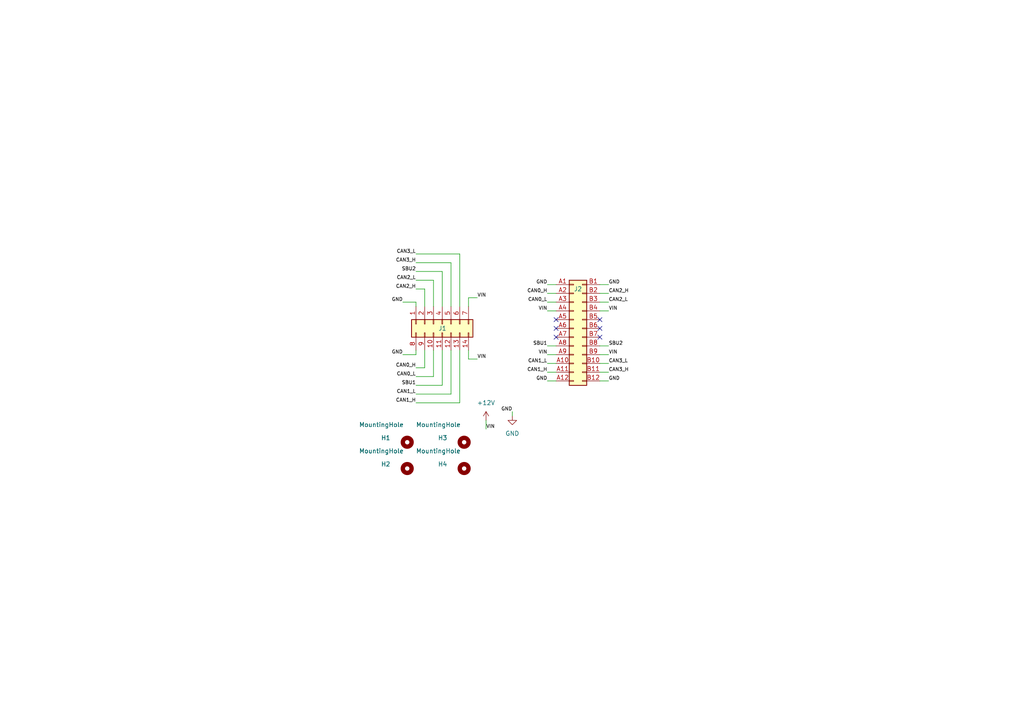
<source format=kicad_sch>
(kicad_sch (version 20230121) (generator eeschema)
  (paper "A4")
  (lib_symbols
    (symbol "Connector_Generic:Conn_02x07_Row_Letter_Last" (pin_names (offset 1.016) hide)
      (property "Reference" "J1" (at 1.27 10.16 90))
      (symbol "Conn_02x07_Row_Letter_Last_1_1"
        (rectangle (start -1.27 -7.493) (end 0 -7.747) (stroke (width 0.1524)))
        (rectangle (start -1.27 -4.953) (end 0 -5.207) (stroke (width 0.1524)))
        (rectangle (start -1.27 -2.413) (end 0 -2.667) (stroke (width 0.1524)))
        (rectangle (start -1.27 0.127) (end 0 -0.127) (stroke (width 0.1524)))
        (rectangle (start -1.27 2.667) (end 0 2.413) (stroke (width 0.1524)))
        (rectangle (start -1.27 5.207) (end 0 4.953) (stroke (width 0.1524)))
        (rectangle (start -1.27 7.747) (end 0 7.493) (stroke (width 0.1524)))
        (rectangle (start -1.27 8.89) (end 3.81 -8.89) (stroke (width 0.254)) (fill (type background)))
        (rectangle (start 3.81 -7.493) (end 2.54 -7.747) (stroke (width 0.1524)))
        (rectangle (start 3.81 -4.953) (end 2.54 -5.207) (stroke (width 0.1524)))
        (rectangle (start 3.81 -2.413) (end 2.54 -2.667) (stroke (width 0.1524)))
        (rectangle (start 3.81 0.127) (end 2.54 -0.127) (stroke (width 0.1524)))
        (rectangle (start 3.81 2.667) (end 2.54 2.413) (stroke (width 0.1524)))
        (rectangle (start 3.81 5.207) (end 2.54 4.953) (stroke (width 0.1524)))
        (rectangle (start 3.81 7.747) (end 2.54 7.493) (stroke (width 0.1524)))
        (pin passive line (at -5.08 7.62 0) (length 3.81) (name "Pin_1a") (number "1"))
        (pin passive line (at 7.62 2.54 180) (length 3.81) (name "Pin_3b") (number "10"))
        (pin passive line (at 7.62 0 180) (length 3.81) (name "Pin_4b") (number "11"))
        (pin passive line (at 7.62 -2.54 180) (length 3.81) (name "Pin_5b") (number "12"))
        (pin passive line (at 7.62 -5.08 180) (length 3.81) (name "Pin_6b") (number "13"))
        (pin passive line (at 7.62 -7.62 180) (length 3.81) (name "Pin_7b") (number "14"))
        (pin passive line (at -5.08 5.08 0) (length 3.81) (name "Pin_2a") (number "2"))
        (pin passive line (at -5.08 2.54 0) (length 3.81) (name "Pin_3a") (number "3"))
        (pin passive line (at -5.08 0 0) (length 3.81) (name "Pin_4a") (number "4"))
        (pin passive line (at -5.08 -2.54 0) (length 3.81) (name "Pin_5a") (number "5"))
        (pin passive line (at -5.08 -5.08 0) (length 3.81) (name "Pin_6a") (number "6"))
        (pin passive line (at -5.08 -7.62 0) (length 3.81) (name "Pin_7a") (number "7"))
        (pin passive line (at 7.62 7.62 180) (length 3.81) (name "Pin_1b") (number "8"))
        (pin passive line (at 7.62 5.08 180) (length 3.81) (name "Pin_2b") (number "9"))
      )
    )
    (symbol "Connector_Generic:Conn_02x12_Row_Letter_Last" (pin_names (offset 1.016) hide)
      (property "Reference" "J2" (at 1.27 19.05 0))
      (symbol "Conn_02x12_Row_Letter_Last_1_1"
        (rectangle (start -1.27 -15.113) (end 0 -15.367) (stroke (width 0.1524)))
        (rectangle (start -1.27 -12.573) (end 0 -12.827) (stroke (width 0.1524)))
        (rectangle (start -1.27 -10.033) (end 0 -10.287) (stroke (width 0.1524)))
        (rectangle (start -1.27 -7.493) (end 0 -7.747) (stroke (width 0.1524)))
        (rectangle (start -1.27 -4.953) (end 0 -5.207) (stroke (width 0.1524)))
        (rectangle (start -1.27 -2.413) (end 0 -2.667) (stroke (width 0.1524)))
        (rectangle (start -1.27 0.127) (end 0 -0.127) (stroke (width 0.1524)))
        (rectangle (start -1.27 2.667) (end 0 2.413) (stroke (width 0.1524)))
        (rectangle (start -1.27 5.207) (end 0 4.953) (stroke (width 0.1524)))
        (rectangle (start -1.27 7.747) (end 0 7.493) (stroke (width 0.1524)))
        (rectangle (start -1.27 10.287) (end 0 10.033) (stroke (width 0.1524)))
        (rectangle (start -1.27 12.827) (end 0 12.573) (stroke (width 0.1524)))
        (rectangle (start -1.27 13.97) (end 3.81 -16.51) (stroke (width 0.254)) (fill (type background)))
        (rectangle (start 3.81 -15.113) (end 2.54 -15.367) (stroke (width 0.1524)))
        (rectangle (start 3.81 -12.573) (end 2.54 -12.827) (stroke (width 0.1524)))
        (rectangle (start 3.81 -10.033) (end 2.54 -10.287) (stroke (width 0.1524)))
        (rectangle (start 3.81 -7.493) (end 2.54 -7.747) (stroke (width 0.1524)))
        (rectangle (start 3.81 -4.953) (end 2.54 -5.207) (stroke (width 0.1524)))
        (rectangle (start 3.81 -2.413) (end 2.54 -2.667) (stroke (width 0.1524)))
        (rectangle (start 3.81 0.127) (end 2.54 -0.127) (stroke (width 0.1524)))
        (rectangle (start 3.81 2.667) (end 2.54 2.413) (stroke (width 0.1524)))
        (rectangle (start 3.81 5.207) (end 2.54 4.953) (stroke (width 0.1524)))
        (rectangle (start 3.81 7.747) (end 2.54 7.493) (stroke (width 0.1524)))
        (rectangle (start 3.81 10.287) (end 2.54 10.033) (stroke (width 0.1524)))
        (rectangle (start 3.81 12.827) (end 2.54 12.573) (stroke (width 0.1524)))
        (pin passive line (at -5.08 12.7 0) (length 3.81) (name "a1") (number "A1"))
        (pin passive line (at -5.08 -10.16 0) (length 3.81) (name "a10") (number "A10"))
        (pin passive line (at -5.08 -12.7 0) (length 3.81) (name "a11") (number "A11"))
        (pin passive line (at -5.08 -15.24 0) (length 3.81) (name "a12") (number "A12"))
        (pin passive line (at -5.08 10.16 0) (length 3.81) (name "a2") (number "A2"))
        (pin passive line (at -5.08 7.62 0) (length 3.81) (name "a3") (number "A3"))
        (pin passive line (at -5.08 5.08 0) (length 3.81) (name "a4") (number "A4"))
        (pin passive line (at -5.08 2.54 0) (length 3.81) (name "a5") (number "A5"))
        (pin passive line (at -5.08 0 0) (length 3.81) (name "a6") (number "A6"))
        (pin passive line (at -5.08 -2.54 0) (length 3.81) (name "a7") (number "A7"))
        (pin passive line (at -5.08 -5.08 0) (length 3.81) (name "A8") (number "A8"))
        (pin passive line (at -5.08 -7.62 0) (length 3.81) (name "a9") (number "A9"))
        (pin passive line (at 7.62 12.7 180) (length 3.81) (name "b1") (number "B1"))
        (pin passive line (at 7.62 -10.16 180) (length 3.81) (name "b10") (number "B10"))
        (pin passive line (at 7.62 -12.7 180) (length 3.81) (name "b11") (number "B11"))
        (pin passive line (at 7.62 -15.24 180) (length 3.81) (name "b12") (number "B12"))
        (pin passive line (at 7.62 10.16 180) (length 3.81) (name "b2") (number "B2"))
        (pin passive line (at 7.62 7.62 180) (length 3.81) (name "b3") (number "B3"))
        (pin passive line (at 7.62 5.08 180) (length 3.81) (name "b4") (number "B4"))
        (pin passive line (at 7.62 2.54 180) (length 3.81) (name "b5") (number "B5"))
        (pin passive line (at 7.62 0 180) (length 3.81) (name "b6") (number "B6"))
        (pin passive line (at 7.62 -2.54 180) (length 3.81) (name "b7") (number "B7"))
        (pin passive line (at 7.62 -5.08 180) (length 3.81) (name "b8") (number "B8"))
        (pin passive line (at 7.62 -7.62 180) (length 3.81) (name "b9") (number "B9"))
      )
    )
    (symbol "Mechanical:MountingHole" (pin_names (offset 1.016))
      (property "Reference" "H" (at 0 5.08 0))
      (property "Value" "MountingHole" (at 0 3.175 0))
      (symbol "MountingHole_0_1"
        (circle (center 0 0) (radius 1.27) (stroke (width 1.27)))
      )
    )
    (symbol "power:+12V" (power) (pin_names (offset 0))
      (property "Value" "+12V" (at 0 3.556 0))
      (symbol "+12V_0_1"
        (polyline (pts (xy -0.762 1.27) (xy 0 2.54)))
        (polyline (pts (xy 0 0) (xy 0 2.54)))
        (polyline (pts (xy 0 2.54) (xy 0.762 1.27)))
      )
      (symbol "+12V_1_1"
        (pin power_in line (at 0 0 90) (length 0) hide (name "+12V") (number "1"))
      )
    )
    (symbol "power:GND" (power) (pin_names (offset 0))
      (property "Value" "GND" (at 0 -3.81 0))
      (symbol "GND_0_1"
        (polyline (pts (xy 0 0) (xy 0 -1.27) (xy 1.27 -1.27) (xy 0 -2.54) (xy -1.27 -1.27) (xy 0 -1.27)))
      )
      (symbol "GND_1_1"
        (pin power_in line (at 0 0 270) (length 0) hide (name "GND") (number "1"))
      )
    )
  )
  (no_connect (at 173.99 92.71))
  (no_connect (at 173.99 97.79))
  (no_connect (at 161.29 97.79))
  (no_connect (at 173.99 95.25))
  (no_connect (at 161.29 92.71))
  (no_connect (at 161.29 95.25))
  (wire (pts (xy 158.75 87.63) (xy 161.29 87.63)))
  (wire (pts (xy 173.99 110.49) (xy 176.53 110.49)))
  (wire (pts (xy 135.89 101.6) (xy 135.89 104.14)))
  (wire (pts (xy 123.19 106.68) (xy 120.65 106.68)))
  (wire (pts (xy 158.75 102.87) (xy 161.29 102.87)))
  (wire (pts (xy 173.99 85.09) (xy 176.53 85.09)))
  (wire (pts (xy 120.65 102.87) (xy 120.65 101.6)))
  (wire (pts (xy 158.75 85.09) (xy 161.29 85.09)))
  (wire (pts (xy 130.81 76.2) (xy 120.65 76.2)))
  (wire (pts (xy 120.65 87.63) (xy 120.65 88.9)))
  (wire (pts (xy 158.75 82.55) (xy 161.29 82.55)))
  (wire (pts (xy 173.99 90.17) (xy 176.53 90.17)))
  (wire (pts (xy 125.73 109.22) (xy 120.65 109.22)))
  (wire (pts (xy 128.27 101.6) (xy 128.27 111.76)))
  (wire (pts (xy 128.27 78.74) (xy 120.65 78.74)))
  (wire (pts (xy 135.89 88.9) (xy 135.89 86.36)))
  (wire (pts (xy 120.65 81.28) (xy 125.73 81.28)))
  (wire (pts (xy 123.19 88.9) (xy 123.19 83.82)))
  (wire (pts (xy 123.19 101.6) (xy 123.19 106.68)))
  (wire (pts (xy 128.27 88.9) (xy 128.27 78.74)))
  (wire (pts (xy 158.75 105.41) (xy 161.29 105.41)))
  (wire (pts (xy 158.75 107.95) (xy 161.29 107.95)))
  (wire (pts (xy 135.89 86.36) (xy 138.43 86.36)))
  (wire (pts (xy 158.75 110.49) (xy 161.29 110.49)))
  (wire (pts (xy 120.65 83.82) (xy 123.19 83.82)))
  (wire (pts (xy 135.89 104.14) (xy 138.43 104.14)))
  (wire (pts (xy 116.84 102.87) (xy 120.65 102.87)))
  (wire (pts (xy 140.97 124.46) (xy 140.97 121.92)))
  (wire (pts (xy 125.73 88.9) (xy 125.73 81.28)))
  (wire (pts (xy 133.35 73.66) (xy 120.65 73.66)))
  (wire (pts (xy 133.35 101.6) (xy 133.35 116.84)))
  (wire (pts (xy 130.81 101.6) (xy 130.81 114.3)))
  (wire (pts (xy 158.75 90.17) (xy 161.29 90.17)))
  (wire (pts (xy 133.35 88.9) (xy 133.35 73.66)))
  (wire (pts (xy 173.99 107.95) (xy 176.53 107.95)))
  (wire (pts (xy 130.81 88.9) (xy 130.81 76.2)))
  (wire (pts (xy 133.35 116.84) (xy 120.65 116.84)))
  (wire (pts (xy 173.99 82.55) (xy 176.53 82.55)))
  (wire (pts (xy 158.75 100.33) (xy 161.29 100.33)))
  (wire (pts (xy 173.99 87.63) (xy 176.53 87.63)))
  (wire (pts (xy 173.99 105.41) (xy 176.53 105.41)))
  (wire (pts (xy 116.84 87.63) (xy 120.65 87.63)))
  (wire (pts (xy 125.73 101.6) (xy 125.73 109.22)))
  (wire (pts (xy 148.59 119.38) (xy 148.59 120.65)))
  (wire (pts (xy 173.99 102.87) (xy 176.53 102.87)))
  (wire (pts (xy 173.99 100.33) (xy 176.53 100.33)))
  (wire (pts (xy 130.81 114.3) (xy 120.65 114.3)))
  (wire (pts (xy 120.65 111.76) (xy 128.27 111.76)))
  (label "GND" (at 158.75 110.49 180) (effects (font (size 1 1))))
  (label "CAN1_H" (at 120.65 116.84 180) (effects (font (size 1 1))))
  (label "CAN0_H" (at 158.75 85.09 180) (effects (font (size 1 1))))
  (label "SBU2" (at 120.65 78.74 180) (effects (font (size 1 1))))
  (label "GND" (at 116.84 102.87 180) (effects (font (size 1 1))))
  (label "VIN" (at 176.53 102.87 0) (effects (font (size 1 1))))
  (label "GND" (at 158.75 82.55 180) (effects (font (size 1 1))))
  (label "CAN0_L" (at 158.75 87.63 180) (effects (font (size 1 1))))
  (label "GND" (at 176.53 110.49 0) (effects (font (size 1 1))))
  (label "GND" (at 148.59 119.38 180) (effects (font (size 1 1))))
  (label "CAN2_L" (at 120.65 81.28 180) (effects (font (size 1 1))))
  (label "SBU2" (at 176.53 100.33 0) (effects (font (size 1 1))))
  (label "CAN3_H" (at 176.53 107.95 0) (effects (font (size 1 1))))
  (label "CAN2_L" (at 176.53 87.63 0) (effects (font (size 1 1))))
  (label "CAN0_L" (at 120.65 109.22 180) (effects (font (size 1 1))))
  (label "CAN1_L" (at 158.75 105.41 180) (effects (font (size 1 1))))
  (label "VIN" (at 158.75 90.17 180) (effects (font (size 1 1))))
  (label "GND" (at 176.53 82.55 0) (effects (font (size 1 1))))
  (label "CAN3_L" (at 120.65 73.66 180) (effects (font (size 1 1))))
  (label "CAN0_H" (at 120.65 106.68 180) (effects (font (size 1 1))))
  (label "SBU1" (at 120.65 111.76 180) (effects (font (size 1 1))))
  (label "VIN" (at 158.75 102.87 180) (effects (font (size 1 1))))
  (label "GND" (at 116.84 87.63 180) (effects (font (size 1 1))))
  (label "CAN1_H" (at 158.75 107.95 180) (effects (font (size 1 1))))
  (label "VIN" (at 138.43 104.14 0) (effects (font (size 1 1))))
  (label "CAN1_L" (at 120.65 114.3 180) (effects (font (size 1 1))))
  (label "SBU1" (at 158.75 100.33 180) (effects (font (size 1 1))))
  (label "CAN3_L" (at 176.53 105.41 0) (effects (font (size 1 1))))
  (label "CAN2_H" (at 176.53 85.09 0) (effects (font (size 1 1))))
  (label "VIN" (at 138.43 86.36 0) (effects (font (size 1 1))))
  (label "CAN3_H" (at 120.65 76.2 180) (effects (font (size 1 1))))
  (label "CAN2_H" (at 120.65 83.82 180) (effects (font (size 1 1))))
  (label "VIN" (at 176.53 90.17 0) (effects (font (size 1 1))))
  (label "VIN" (at 140.97 124.46 0) (effects (font (size 1 1))))
  (symbol (lib_id "Connector_Generic:Conn_02x07_Row_Letter_Last") (at 128.27 93.98 90) (mirror x) (unit 1)
    (property "Reference" "J1" (at 129.54 95.25 90) (effects (justify left)))
    (property "Value" "Conn_02x07_Row_Letter_Last" (effects hide))
    (property "Footprint" "CommaPogo_Library:2x7_Pogo_Male" (effects hide))
  )
  (symbol (lib_id "Mechanical:MountingHole") (at 134.62 135.89 0) (unit 1)
    (property "Reference" "H4" (at 127 134.62 0) (effects (justify left)))
    (property "Value" "MountingHole" (at 120.65 130.81 0) (effects (justify left)))
    (property "Footprint" "MountingHole:MountingHole_3mm" (effects hide))
  )
  (symbol (lib_id "power:+12V") (at 140.97 121.92 0) (unit 1)
    (property "Reference" "#PWR01" (effects hide))
    (property "Value" "+12V" (at 140.97 116.84 0))
  )
  (symbol (lib_id "power:GND") (at 148.59 120.65 0) (unit 1)
    (property "Reference" "#PWR02" (effects hide))
    (property "Value" "GND" (at 148.59 125.73 0))
  )
  (symbol (lib_id "Mechanical:MountingHole") (at 118.11 135.89 0) (unit 1)
    (property "Reference" "H2" (at 110.49 134.62 0) (effects (justify left)))
    (property "Value" "MountingHole" (at 104.14 130.81 0) (effects (justify left)))
    (property "Footprint" "MountingHole:MountingHole_3mm" (effects hide))
  )
  (symbol (lib_id "Mechanical:MountingHole") (at 134.62 128.27 0) (unit 1)
    (property "Reference" "H3" (at 127 127 0) (effects (justify left)))
    (property "Value" "MountingHole" (at 120.65 123.19 0) (effects (justify left)))
    (property "Footprint" "MountingHole:MountingHole_3mm" (effects hide))
  )
  (symbol (lib_id "Mechanical:MountingHole") (at 118.11 128.27 0) (unit 1)
    (property "Reference" "H1" (at 110.49 127 0) (effects (justify left)))
    (property "Value" "MountingHole" (at 104.14 123.19 0) (effects (justify left)))
    (property "Footprint" "MountingHole:MountingHole_3mm" (effects hide))
  )
  (symbol (lib_id "Connector_Generic:Conn_02x12_Row_Letter_Last") (at 166.37 95.25 0) (unit 1)
    (property "Reference" "J2" (at 167.64 83.82 0))
    (property "Value" "Conn_02x12_Row_Letter_Last" (effects hide))
    (property "Footprint" "CommaPogo_Library:USB-C-SMD_HC005-1A1H1A103-0HR" (effects hide))
    (property "LCSC" "C2894904" (effects hide))
  )
)
</source>
